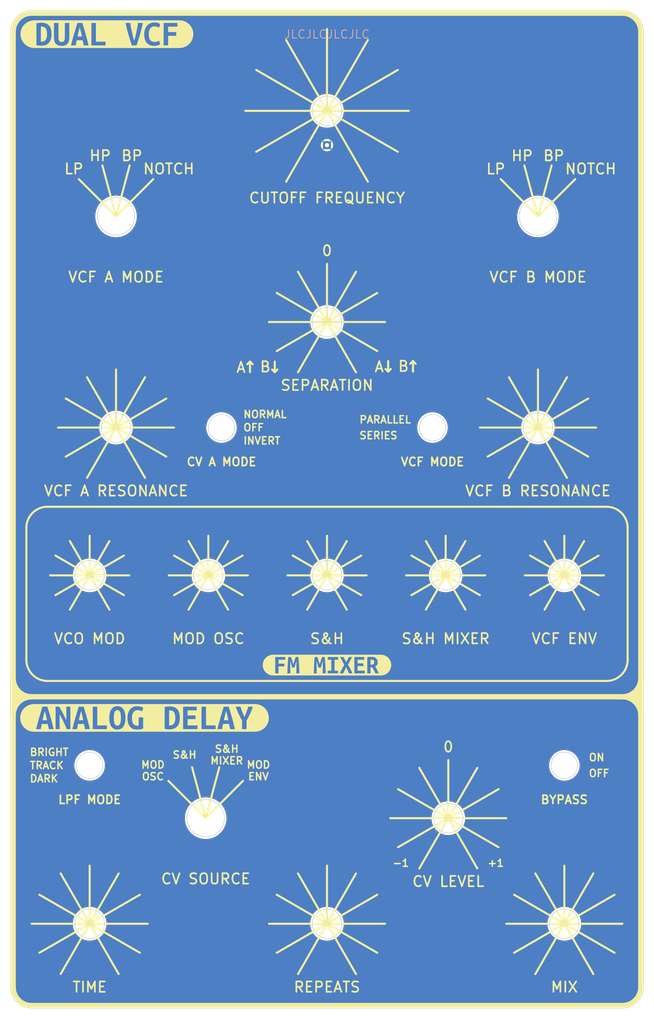
<source format=kicad_pcb>
(kicad_pcb (version 20221018) (generator pcbnew)
  (title_block (title "Josh Ox Ribbon Synth VCF-VCA-BBD panel") (date "2023-01-14") (rev "1.0") (comment 2 "creativecommons.org.licenses/by.4.0") (comment 3 "license: CC by 4.0") (comment 4 "Author: Jordan Aceto"))
  (layers (0 "F.Cu" signal) (31 "B.Cu" signal) (34 "B.Paste" user) (35 "F.Paste" user) (36 "B.SilkS" user "B.Silkscreen") (37 "F.SilkS" user "F.Silkscreen") (38 "B.Mask" user) (39 "F.Mask" user "footprints") (44 "Edge.Cuts" user))
  (net 0 "")
  (net 1 "GND")
  (footprint "TestPoint:TestPoint_Keystone_5000-5004_Miniature" (layer "F.Cu") (at 212.725 52.705)
    (fp_text reference "TP1" hide)
    (fp_text value "dummy")
    (fp_circle (center 0 0) (end 1.4 0) (stroke (width 0.15)) (fill none) (layer "F.SilkS"))
    (pad "1" thru_hole circle (at 0 0) (size 2 2) (drill 1) (layers "*.Cu" "*.Mask") (net 1 "GND"))
  )
  (footprint "kibuzzard-62C2EAA2" (layer "F.Cu") (at 212.725 177.8)
    (fp_text reference "kibuzzard-62C2EAA2" hide)
    (fp_text value "G***" hide)
    (fp_poly (pts (xy 11.41095 -0.70485) (xy 11.363325 -0.974725) (xy 11.22045 -1.16205) (xy 10.999787 -1.271588) (xy 10.7188 -1.3081) (xy 10.61085 -1.304925) (xy 10.48385 -1.28905) (xy 10.48385 -0.10795) (xy 10.6553 -0.10795) (xy 10.999787 -0.146844) (xy 11.23315 -0.263525) (xy 11.41095 -0.70485)) (fill solid) (layer "F.SilkS"))
    (fp_poly (pts (xy -12.46505 -2.50018) (xy -12.46505 -1.9431) (xy -10.0584 -1.9431) (xy -10.0584 -1.2954) (xy -11.684 -1.2954) (xy -11.684 -0.3429) (xy -10.2616 -0.3429) (xy -9.394825 -1.04775) (xy -9.357519 -1.512888) (xy -9.31545 -1.9431) (xy -8.66775 -1.9431) (xy -8.556625 -1.6002) (xy -8.41375 -1.14935) (xy -8.26135 -0.6604) (xy -8.1153 -0.2032) (xy -7.95655 -0.688975) (xy -7.7978 -1.171575) (xy -7.6581 -1.60655) (xy -7.5438 -1.9431) (xy -6.8961 -1.9431) (xy -6.852444 -1.4351) (xy -6.810375 -0.9398) (xy -6.772275 -0.453231) (xy -3.007519 -1.512888) (xy -2.96545 -1.9431) (xy -2.31775 -1.9431) (xy -2.206625 -1.6002) (xy -2.06375 -1.14935) (xy -1.91135 -0.6604) (xy -1.7653 -0.2032) (xy -1.60655 -0.688975) (xy -1.4478 -1.171575) (xy -1.3081 -1.60655) (xy -1.1938 -1.9431) (xy -0.5461 -1.9431) (xy -0.502444 -1.4351) (xy -0.460375 -0.9398) (xy -0.422275 -0.453231) (xy -0.390525 0.028575) (xy -0.364332 0.509588) (xy -0.3429 0.993775) (xy -0.325438 1.485106) (xy 0.1778 1.98755) (xy 0.1778 1.33985) (xy 1.03505 1.33985) (xy 1.03505 -1.2954) (xy 0.1778 -1.2954) (xy 0.1778 -1.9431) (xy 2.67335 -1.9431) (xy 2.67335 -1.2954) (xy 1.82245 -1.2954) (xy 1.82245 1.33985) (xy 2.67335 1.33985) (xy 2.67335 1.98755) (xy 0.1778 1.98755) (xy -0.325438 1.485106) (xy -0.31115 1.98755) (xy -1.0287 1.98755) (xy -0.9906 -1.0668) (xy -1.4732 0.5969) (xy -2.0447 0.5969) (xy -2.50825 -1.0668) (xy -2.4765 1.98755) (xy -3.19405 1.98755) (xy -3.174207 1.495425) (xy -3.152775 0.98425) (xy -3.129757 0.465138) (xy -3.10515 -0.0508) (xy -3.077369 -0.557213) (xy -3.044825 -1.04775) (xy -3.007519 -1.512888) (xy -6.772275 -0.453231) (xy -6.740525 0.028575) (xy -6.714332 0.509588) (xy -6.6929 0.993775) (xy -6.675438 1.485106) (xy -6.66115 1.98755) (xy -7.3787 1.98755) (xy -7.3406 -1.0668) (xy -7.8232 0.5969) (xy -8.3947 0.5969) (xy -8.85825 -1.0668) (xy -8.8265 1.98755) (xy -9.54405 1.98755) (xy -9.524207 1.495425) (xy -9.502775 0.98425) (xy -9.479757 0.465138) (xy -9.45515 -0.0508) (xy -9.427369 -0.557213) (xy -9.394825 -1.04775) (xy -10.2616 -0.3429) (xy -10.2616 0.3048) (xy -11.684 0.3048) (xy -11.684 1.98755) (xy -12.46505 1.98755) (xy -12.46505 -1.9431) (xy -12.46505 -2.50018) (xy -12.977681 -2.50018) (xy -13.465441 -2.45214) (xy -13.934458 -2.309865) (xy -14.366706 -2.078824) (xy -14.745574 -1.767894) (xy -15.056504 -1.389025) (xy -15.287545 -0.956777) (xy -15.42982 -0.487761) (xy -15.47786 0) (xy -15.42982 0.487761) (xy -15.287545 0.956777) (xy -15.056504 1.389025) (xy -14.745574 1.767894) (xy -14.366706 2.078824) (xy 5.2705 1.98755) (xy 5.136356 1.646238) (xy 4.975225 1.27) (xy 4.796631 0.8763) (xy 4.6101 0.4826) (xy 4.42595 0.864394) (xy 4.2418 1.260475) (xy 4.07035 1.643856) (xy 3.9243 1.98755) (xy 3.07975 1.98755) (xy 3.267075 1.5748) (xy 3.39725 1.323975) (xy 3.540125 1.0541) (xy 3.693318 0.770731) (xy 3.85445 0.479425) (xy 4.016375 0.189706) (xy 4.17195 -0.0889) (xy 3.14325 -1.9431) (xy 3.9878 -1.9431) (xy 4.6101 -0.6858) (xy 5.26415 -1.9431) (xy 6.05155 -1.9431) (xy 5.04825 -0.10795) (xy 5.218112 0.17145) (xy 5.3848 0.46355) (xy 5.544343 0.758031) (xy 5.692775 1.044575) (xy 5.826918 1.317625) (xy 5.9436 1.571625) (xy 6.11505 1.98755) (xy 5.2705 1.98755) (xy -14.366706 2.078824) (xy -13.934458 2.309865) (xy 6.58495 1.98755) (xy 6.58495 -1.9431) (xy 8.9662 -1.9431) (xy 8.9662 -1.2954) (xy 7.366 -1.2954) (xy 7.366 -0.41275) (xy 8.75665 -0.41275) (xy 8.75665 0.23495) (xy 7.366 0.23495) (xy 7.366 1.33985) (xy 9.1059 1.33985) (xy 9.1059 1.98755) (xy 6.58495 1.98755) (xy -13.934458 2.309865) (xy -13.465441 2.45214) (xy -12.977681 2.50018) (xy -12.46505 2.50018) (xy 12.46505 2.50018) (xy 12.46505 1.98755) (xy 11.6459 1.98755) (xy 11.487943 1.613694) (xy 11.306175 1.254125) (xy 11.105356 0.899319) (xy 10.89025 0.53975) (xy 10.48385 0.53975) (xy 10.48385 1.98755) (xy 9.7028 1.98755) (xy 9.7028 -1.88595) (xy 9.953625 -1.933575) (xy 10.22985 -1.965325) (xy 10.49655 -1.9812) (xy 10.7188 -1.98755) (xy 11.039475 -1.9685) (xy 11.3284 -1.91135) (xy 11.5824 -1.814513) (xy 11.7983 -1.6764) (xy 12.099925 -1.273175) (xy 12.178506 -1.007269) (xy 12.2047 -0.6985) (xy 12.169775 -0.371475) (xy 12.065 -0.0762) (xy 11.879262 0.169863) (xy 11.60145 0.34925) (xy 11.83005 0.714375) (xy 12.065 1.133475) (xy 12.284075 1.571625) (xy 12.46505 1.98755) (xy 12.46505 2.50018) (xy 12.97768 2.50018) (xy 13.465441 2.45214) (xy 13.934457 2.309865) (xy 14.366706 2.078824) (xy 14.745574 1.767894) (xy 15.056504 1.389026) (xy 15.287545 0.956778) (xy 15.42982 0.487761) (xy 15.47786 0) (xy 15.42982 -0.487761) (xy 15.287545 -0.956778) (xy 15.056504 -1.389026) (xy 14.745574 -1.767894) (xy 14.366706 -2.078824) (xy 13.934457 -2.309865) (xy 13.465441 -2.45214) (xy 12.97768 -2.50018) (xy 12.46505 -2.50018) (xy -12.46505 -2.50018)) (fill solid) (layer "F.SilkS"))
  )
  (footprint "kibuzzard-62C2EBD6" (layer "F.Cu") (at 159.725 26)
    (fp_text reference "kibuzzard-62C2EBD6" hide)
    (fp_text value "G***" hide)
    (fp_poly (pts (xy -6.539706 -1.650206) (xy -6.701234 -1.069578) (xy -6.840934 -0.528241) (xy -6.963171 0.008731) (xy -7.072312 0.567531) (xy -6.015831 0.567531) (xy -6.120606 0.008731) (xy -6.238478 -0.528241) (xy -6.378178 -1.069578) (xy -6.539706 -1.650206)) (fill solid) (layer "F.SilkS"))
    (fp_poly (pts (xy -15.899606 1.833563) (xy -15.803562 1.842294) (xy -15.707518 1.842294) (xy -15.091965 1.702594) (xy -14.690328 1.318419) (xy -14.472046 0.737791) (xy -14.422933 0.385266) (xy -14.406562 0) (xy -14.458949 -0.681038) (xy -14.642306 -1.266031) (xy -15.000287 -1.672034) (xy -15.585281 -1.824831) (xy -15.742443 -1.820466) (xy -15.899606 -1.798638) (xy -15.899606 1.833563)) (fill solid) (layer "F.SilkS"))
    (fp_poly (pts (xy -16.973549 -3.332824) (xy -16.973549 -2.628106) (xy -16.283781 -2.732881) (xy -15.681324 -2.759075) (xy -15.171638 -2.719784) (xy -14.70779 -2.601913) (xy -14.300696 -2.400002) (xy -13.961268 -2.108597) (xy -13.689508 -1.726605) (xy -13.485415 -1.252934) (xy -13.357721 -0.679946) (xy -13.315156 0) (xy -13.362086 0.695226) (xy -12.651581 1.60655) (xy -12.717065 1.200547) (xy -12.738893 0.750888) (xy -12.738893 -2.697956) (xy -11.656218 -2.697956) (xy -11.656218 0.681038) (xy -11.621293 1.252934) (xy -11.503421 1.624013) (xy -11.272043 1.824831) (xy -10.896599 1.88595) (xy -10.521156 1.824831) (xy -10.285412 1.619647) (xy -10.163174 1.244203) (xy -10.128249 0.672306) (xy -10.128249 -2.697956) (xy -9.054306 -2.697956) (xy -9.054306 0.750888) (xy -9.076134 1.200547) (xy -9.141618 1.60655) (xy -9.261673 1.962348) (xy -9.447212 2.261394) (xy -9.700418 2.500412) (xy -10.023474 2.676128) (xy -8.481186 2.078911) (xy -8.326469 1.473835) (xy -8.171052 0.891461) (xy -8.014938 0.331788) (xy -7.858124 -0.205184) (xy -7.663308 -0.853753) (xy -7.471767 -1.485404) (xy -7.283499 -2.100138) (xy -7.098506 -2.697956) (xy -5.928518 -2.697956) (xy -5.736704 -2.095227) (xy -5.545435 -1.47449) (xy -5.354711 -0.835744) (xy -5.164534 -0.178991) (xy -5.013483 0.362522) (xy -4.864179 0.921845) (xy -4.716621 1.498981) (xy -4.570809 2.093928) (xy -3.728243 2.706688) (xy -3.728243 -2.697956) (xy -2.645568 -2.697956) (xy -2.645568 1.8161) (xy -0.331787 1.8161) (xy -0.331787 2.706688) (xy -3.728243 2.706688) (xy -4.570809 2.093928) (xy -4.426743 2.706688) (xy -5.579268 2.706688) (xy -5.832474 1.458119) (xy -7.273131 1.458119) (xy -7.517606 2.706688) (xy -8.635206 2.706688) (xy -8.481186 2.078911) (xy -10.023474 2.676128) (xy -10.425112 2.784177) (xy -10.914062 2.820194) (xy -11.395372 2.784177) (xy -11.791553 2.676128) (xy -12.354718 2.261394) (xy -12.533709 1.962348) (xy -12.651581 1.60655) (xy -13.362086 0.695226) (xy -13.502878 1.279128) (xy -13.726616 1.758255) (xy -14.022387 2.139156) (xy -14.385825 2.426196) (xy -14.812565 2.623741) (xy -15.293875 2.738338) (xy -15.821024 2.776538) (xy -16.38419 2.745978) (xy -16.973549 2.645569) (xy -16.973549 -2.628106) (xy -16.973549 -3.332824) (xy -17.48618 -3.332824) (xy -18.136381 -3.268785) (xy -18.761596 -3.079128) (xy -19.337797 -2.771142) (xy -19.842842 -2.356662) (xy -20.257321 -1.851618) (xy -20.565307 -1.275417) (xy -20.754964 -0.650202) (xy -20.819004 0) (xy -20.754964 0.650202) (xy -20.565307 1.275417) (xy -20.257321 1.851618) (xy -19.842842 2.356662) (xy -19.337797 2.771142) (xy -18.761596 3.079128) (xy 6.007101 2.706688) (xy 5.791002 2.064941) (xy 5.561807 1.344613) (xy 5.407555 0.838685) (xy 5.259124 0.333728) (xy 5.116513 -0.170259) (xy 4.981664 -0.664545) (xy 4.856516 -1.140398) (xy 4.741069 -1.597819) (xy 4.597004 -2.209006) (xy 4.496594 -2.697956) (xy 5.631657 -2.697956) (xy 5.697141 -2.245023) (xy 5.788819 -1.724422) (xy 5.899051 -1.161256) (xy 6.020197 -0.580628) (xy 6.151166 0.004366) (xy 6.290866 0.580628) (xy 6.43384 1.123057) (xy 6.574632 1.60655) (xy 6.714332 1.129605) (xy 6.854032 0.589359) (xy 6.989366 0.013097) (xy 7.115969 -0.571897) (xy 7.233841 -1.153616) (xy 7.342982 -1.720056) (xy 7.439026 -2.243931) (xy 7.517607 -2.697956) (xy 8.643938 -2.697956) (xy 8.527158 -2.143522) (xy 8.386366 -1.527969) (xy 8.222655 -0.865485) (xy 8.037116 -0.170259) (xy 7.901782 0.307049) (xy 7.757716 0.790178) (xy 7.604919 1.279128) (xy 7.445817 1.765653) (xy 7.282833 2.241506) (xy 7.115969 2.706688) (xy 6.007101 2.706688) (xy -18.761596 3.079128) (xy -18.136381 3.268785) (xy 11.333163 2.820194) (xy 10.630783 2.738702) (xy 10.048699 2.494227) (xy 9.586913 2.086769) (xy 9.323338 1.681311) (xy 9.135071 1.198364) (xy 9.02211 0.637927) (xy 8.984457 0) (xy 9.030296 -0.635198) (xy 9.167813 -1.196181) (xy 9.387186 -1.679674) (xy 9.678591 -2.082403) (xy 10.036572 -2.401094) (xy 10.455672 -2.632472) (xy 10.926069 -2.773263) (xy 11.437938 -2.820194) (xy 11.957447 -2.772172) (xy 12.363451 -2.663031) (xy 12.655947 -2.532063) (xy 12.834938 -2.427288) (xy 12.555538 -1.571625) (xy 12.070954 -1.794272) (xy 11.420476 -1.88595) (xy 10.92716 -1.794272) (xy 10.499329 -1.488678) (xy 10.193735 -0.916781) (xy 10.105331 -0.515144) (xy 10.075863 -0.026194) (xy 10.111273 0.542793) (xy 10.217503 1.015735) (xy 10.394554 1.392634) (xy 10.814745 1.762621) (xy 11.437938 1.88595) (xy 12.132072 1.789906) (xy 12.573001 1.597819) (xy 12.843669 2.44475) (xy 12.228116 2.702322) (xy 11.810108 2.790726) (xy 11.333163 2.820194) (xy -18.136381 3.268785) (xy -17.48618 3.332824) (xy -16.973549 3.332824) (xy 16.973551 3.332824) (xy 13.664407 2.706688) (xy 13.664407 -2.697956) (xy 16.973551 -2.697956) (xy 16.973551 -1.807369) (xy 14.738351 -1.807369) (xy 14.738351 -0.497681) (xy 16.694151 -0.497681) (xy 16.694151 0.392906) (xy 14.738351 0.392906) (xy 14.738351 2.706688) (xy 13.664407 2.706688) (xy 16.973551 3.332824) (xy 17.486181 3.332824) (xy 18.136382 3.268784) (xy 18.761597 3.079128) (xy 19.337798 2.771141) (xy 19.842842 2.356662) (xy 20.257322 1.851617) (xy 20.565308 1.275416) (xy 20.754964 0.650202) (xy 20.819004 0) (xy 20.754964 -0.650202) (xy 20.565308 -1.275416) (xy 20.257322 -1.851617) (xy 19.842842 -2.356662) (xy 19.337798 -2.771141) (xy 18.761597 -3.079128) (xy 18.136382 -3.268784) (xy 17.486181 -3.332824) (xy 16.973551 -3.332824) (xy -16.973549 -3.332824)) (fill solid) (layer "F.SilkS"))
  )
  (footprint "kibuzzard-63265FAF" (layer "F.Cu") (at 168.783 190.5)
    (fp_text reference "kibuzzard-63265FAF" hide)
    (fp_text value "G***" hide)
    (fp_poly (pts (xy -24.006571 -1.650206) (xy -24.168099 -1.069578) (xy -24.307799 -0.528241) (xy -24.430037 0.008731) (xy -24.539178 0.567531) (xy -23.482696 0.567531) (xy -23.587471 0.008731) (xy -23.705343 -0.528241) (xy -23.845043 -1.069578) (xy -24.006571 -1.650206)) (fill solid) (layer "F.SilkS"))
    (fp_poly (pts (xy -15.275321 -1.650206) (xy -15.436849 -1.069578) (xy -15.576549 -0.528241) (xy -15.698787 0.008731) (xy -15.807928 0.567531) (xy -14.751446 0.567531) (xy -14.856221 0.008731) (xy -14.974093 -0.528241) (xy -15.113793 -1.069578) (xy -15.275321 -1.650206)) (fill solid) (layer "F.SilkS"))
    (fp_poly (pts (xy 19.649679 -1.650206) (xy 19.488151 -1.069578) (xy 19.348451 -0.528241) (xy 19.226213 0.008731) (xy 19.117072 0.567531) (xy 20.173554 0.567531) (xy 20.068779 0.008731) (xy 19.950907 -0.528241) (xy 19.811207 -1.069578) (xy 19.649679 -1.650206)) (fill solid) (layer "F.SilkS"))
    (fp_poly (pts (xy 5.924154 1.833563) (xy 6.020197 1.842294) (xy 6.116241 1.842294) (xy 6.731794 1.702594) (xy 7.133432 1.318419) (xy 7.351713 0.737791) (xy 7.400826 0.385266) (xy 7.417197 0) (xy 7.36481 -0.681038) (xy 7.181454 -1.266031) (xy 6.823472 -1.672034) (xy 6.238479 -1.824831) (xy 6.081316 -1.820466) (xy 5.924154 -1.798638) (xy 5.924154 1.833563)) (fill solid) (layer "F.SilkS"))
    (fp_poly (pts (xy -7.391003 0) (xy -7.383363 0.380901) (xy -7.360443 0.737791) (xy -7.238206 1.335881) (xy -6.980634 1.737519) (xy -6.53534 1.88595) (xy -6.094412 1.737519) (xy -5.832474 1.331516) (xy -5.710237 0.733425) (xy -5.687317 0.379809) (xy -5.679678 0) (xy -5.687317 -0.380901) (xy -5.710237 -0.737791) (xy -5.832474 -1.335881) (xy -6.090046 -1.737519) (xy -6.53534 -1.88595) (xy -6.980634 -1.737519) (xy -7.238206 -1.331516) (xy -7.360443 -0.733425) (xy -7.383363 -0.379809) (xy -7.391003 0)) (fill solid) (layer "F.SilkS"))
    (fp_poly (pts (xy -26.102071 -3.332824) (xy -25.130174 -0.853753) (xy -24.938632 -1.485404) (xy -24.750365 -2.100138) (xy -24.565371 -2.697956) (xy -23.395384 -2.697956) (xy -23.203569 -2.095227) (xy -23.0123 -1.47449) (xy -22.821577 -0.835744) (xy -22.631399 -0.178991) (xy -22.480349 0.362522) (xy -22.331044 0.921845) (xy -21.41339 2.706688) (xy -21.41339 -2.697956) (xy -20.548996 -2.697956) (xy -20.304521 -2.29741) (xy -20.060046 -1.864122) (xy -19.818846 -1.415554) (xy -19.584193 -0.969169) (xy -19.361546 -0.530423) (xy -19.156362 -0.104775) (xy -18.974097 0.288131) (xy -18.820209 0.62865) (xy -18.820209 -2.697956) (xy -17.85104 -2.697956) (xy -16.398924 -0.853753) (xy -16.207382 -1.485404) (xy -16.019115 -2.100138) (xy -15.834121 -2.697956) (xy -14.664134 -2.697956) (xy -14.472319 -2.095227) (xy -14.28105 -1.47449) (xy -14.090327 -0.835744) (xy -13.900149 -0.178991) (xy -13.749099 0.362522) (xy -13.599794 0.921845) (xy -13.452236 1.498981) (xy -13.306424 2.093928) (xy -13.162359 2.706688) (xy -14.314884 2.706688) (xy -14.56809 1.458119) (xy -16.008746 1.458119) (xy -16.253221 2.706688) (xy -17.370821 2.706688) (xy -17.216802 2.078911) (xy -17.062084 1.473835) (xy -16.906668 0.891461) (xy -16.750553 0.331788) (xy -16.59374 -0.205184) (xy -16.398924 -0.853753) (xy -17.85104 -2.697956) (xy -17.85104 2.706688) (xy -18.715434 2.706688) (xy -18.967185 2.107627) (xy -19.233488 1.509536) (xy -19.514343 0.912416) (xy -19.809751 0.315295) (xy -20.11971 -0.282795) (xy -20.444221 -0.881856) (xy -20.444221 2.706688) (xy -21.41339 2.706688) (xy -22.331044 0.921845) (xy -22.183486 1.498981) (xy -22.037674 2.093928) (xy -21.893609 2.706688) (xy -23.046134 2.706688) (xy -23.29934 1.458119) (xy -24.739996 1.458119) (xy -24.984471 2.706688) (xy -26.102071 2.706688) (xy -25.948052 2.078911) (xy -25.793334 1.473835) (xy -25.637918 0.891461) (xy -25.481803 0.331788) (xy -25.32499 -0.205184) (xy -25.130174 -0.853753) (xy -26.102071 -3.332824) (xy -26.614702 -3.332824) (xy -27.264903 -3.268785) (xy -27.890118 -3.079128) (xy -28.466319 -2.771142) (xy -28.971364 -2.356662) (xy -29.385843 -1.851618) (xy -29.693829 -1.275417) (xy -29.883486 -0.650202) (xy -29.947526 0) (xy -29.883486 0.650202) (xy -29.693829 1.275417) (xy -29.385843 1.851618) (xy -28.971364 2.356662) (xy -28.466319 2.771142) (xy -9.067403 2.706688) (xy -12.463859 2.706688) (xy -12.463859 -2.697956) (xy -11.381184 -2.697956) (xy -11.381184 1.8161) (xy -8.482409 0) (xy -8.450212 -0.655662) (xy -8.353623 -1.225649) (xy -8.19264 -1.709961) (xy -7.967265 -2.108597) (xy -7.57921 -2.503928) (xy -7.101901 -2.741127) (xy -6.53534 -2.820194) (xy -5.951316 -2.741127) (xy -5.468187 -2.503928) (xy -5.085953 -2.108597) (xy -3.717329 -1.703685) (xy -3.435746 -2.104231) (xy -3.093045 -2.417465) (xy -2.69359 -2.641203) (xy -2.250479 -2.775446) (xy -1.776809 -2.820194) (xy -1.213643 -2.772172) (xy -0.781446 -2.663031) (xy -0.480218 -2.532063) (xy -0.301228 -2.427288) (xy -0.580628 -1.571625) (xy -1.052115 -1.789906) (xy -1.628378 -1.88595) (xy -2.27449 -1.74625) (xy -2.706687 -1.357709) (xy -2.951162 -0.763984) (xy -3.006824 -0.400546) (xy -3.025378 0) (xy -2.991423 0.589359) (xy -2.889558 1.065213) (xy -2.719784 1.427559) (xy -2.342157 1.771352) (xy -1.820465 1.88595) (xy -1.610915 1.877219) (xy -1.401365 1.851025) (xy -1.401365 -0.122238) (xy -0.327421 -0.122238) (xy 4.85021 2.645569) (xy 4.85021 -2.628106) (xy 5.539979 -2.732881) (xy 6.142435 -2.759075) (xy 6.652122 -2.719784) (xy 7.115969 -2.601913) (xy 7.523064 -2.400002) (xy 7.862491 -2.108597) (xy 8.134251 -1.726605) (xy 8.338344 -1.252934) (xy 8.466039 -0.679946) (xy 8.508604 0) (xy 8.461673 0.695226) (xy 8.320882 1.279128) (xy 8.097143 1.758255) (xy 7.801372 2.139156) (xy 7.437934 2.426196) (xy 7.011194 2.623741) (xy 9.294416 2.706688) (xy 9.294416 -2.697956) (xy 12.568635 -2.697956) (xy 12.568635 -1.807369) (xy 10.36836 -1.807369) (xy 10.36836 -0.593725) (xy 12.280504 -0.593725) (xy 12.280504 0.296863) (xy 10.36836 0.296863) (xy 10.36836 1.8161) (xy 12.760722 1.8161) (xy 12.760722 2.706688) (xy 9.294416 2.706688) (xy 7.011194 2.623741) (xy 6.529884 2.738338) (xy 6.002735 2.776538) (xy 5.439569 2.745978) (xy 4.85021 2.645569) (xy -0.327421 -0.122238) (xy -0.327421 2.575719) (xy -0.925512 2.732881) (xy -1.37408 2.798366) (xy -1.907778 2.820194) (xy -2.389088 2.775446) (xy -2.820193 2.641203) (xy -3.196728 2.418556) (xy -3.514328 2.108597) (xy -3.769717 1.711325) (xy -3.959621 1.226741) (xy -4.077493 0.655935) (xy -4.116784 0) (xy -4.070945 -0.649387) (xy -3.933428 -1.218009) (xy -3.717329 -1.703685) (xy -5.085953 -2.108597) (xy -4.868217 -1.709961) (xy -4.712692 -1.225649) (xy -4.619376 -0.655662) (xy -4.588271 0) (xy -4.619922 0.655662) (xy -4.714874 1.225649) (xy -4.873128 1.709961) (xy -5.094684 2.108597) (xy -5.478859 2.503928) (xy -5.956167 2.741127) (xy -6.526609 2.820194) (xy -7.111118 2.741127) (xy -7.595702 2.503928) (xy -7.980362 2.108597) (xy -8.200007 1.709961) (xy -8.356897 1.225649) (xy -8.451031 0.655662) (xy -8.482409 0) (xy -11.381184 1.8161) (xy -9.067403 1.8161) (xy -9.067403 2.706688) (xy -28.466319 2.771142) (xy -27.890118 3.079128) (xy 17.126347 2.706688) (xy 13.729891 2.706688) (xy 13.729891 -2.697956) (xy 14.812566 -2.697956) (xy 14.812566 1.8161) (xy 17.126347 1.8161) (xy 17.126347 2.706688) (xy -27.890118 3.079128) (xy -27.264903 3.268785) (xy 20.610116 2.706688) (xy 20.35691 1.458119) (xy 18.916254 1.458119) (xy 18.671779 2.706688) (xy 17.554179 2.706688) (xy 17.708198 2.078911) (xy 17.862916 1.473835) (xy 18.018332 0.891461) (xy 18.174447 0.331788) (xy 18.33126 -0.205184) (xy 18.526076 -0.853753) (xy 18.717618 -1.485404) (xy 18.905885 -2.100138) (xy 19.090879 -2.697956) (xy 20.260866 -2.697956) (xy 20.452681 -2.095227) (xy 20.64395 -1.47449) (xy 20.834673 -0.835744) (xy 21.024851 -0.178991) (xy 21.175901 0.362522) (xy 21.325206 0.921845) (xy 21.472764 1.498981) (xy 21.618576 2.093928) (xy 21.762641 2.706688) (xy 20.610116 2.706688) (xy -27.264903 3.268785) (xy -26.614702 3.332824) (xy -26.102071 3.332824) (xy 26.102072 3.332824) (xy 24.574104 0.646113) (xy 24.574104 2.706688) (xy 23.491429 2.706688) (xy 23.491429 0.654844) (xy 23.18438 0.094589) (xy 22.903524 -0.456935) (xy 22.648863 -0.999728) (xy 22.410694 -1.547372) (xy 22.179316 -2.113448) (xy 21.954729 -2.697956) (xy 23.107254 -2.697956) (xy 23.318986 -2.063849) (xy 23.552547 -1.418828) (xy 23.801388 -0.795635) (xy 24.05896 -0.227013) (xy 24.281607 -0.733425) (xy 24.534813 -1.379538) (xy 24.659233 -1.722239) (xy 24.779288 -2.069306) (xy 24.993204 -2.697956) (xy 26.102072 -2.697956) (xy 25.936179 -2.259211) (xy 25.770285 -1.833563) (xy 25.600026 -1.416645) (xy 25.421035 -1.004094) (xy 25.23113 -0.594816) (xy 25.028129 -0.187722) (xy 24.809847 0.223738) (xy 24.574104 0.646113) (xy 26.102072 3.332824) (xy 26.614703 3.332824) (xy 27.264904 3.268784) (xy 27.890119 3.079128) (xy 28.46632 2.771141) (xy 28.971364 2.356662) (xy 29.385844 1.851617) (xy 29.693829 1.275416) (xy 29.883486 0.650202) (xy 29.947526 0) (xy 29.883486 -0.650202) (xy 29.693829 -1.275416) (xy 29.385844 -1.851617) (xy 28.971364 -2.356662) (xy 28.46632 -2.771141) (xy 27.890119 -3.079128) (xy 27.264904 -3.268784) (xy 26.614703 -3.332824) (xy 26.102072 -3.332824) (xy -26.102071 -3.332824)) (fill solid) (layer "F.SilkS"))
  )
  (gr_line (start 241.935 214.63) (end 241.935 200.66) (stroke (width 0.5)) (layer "F.SilkS"))
  (gr_line (start 269.875 156.21) (end 278.123892 151.4475) (stroke (width 0.5)) (layer "F.SilkS"))
  (gr_line (start 212.725 44.45) (end 232.41 44.45) (stroke (width 0.5)) (layer "F.SilkS"))
  (gr_line (start 141.605 259.715) (end 283.845 259.715) (stroke (width 1.27)) (layer "F.SilkS"))
  (gr_line (start 155.575 240.03) (end 169.545 240.03) (stroke (width 0.5)) (layer "F.SilkS"))
  (gr_line (start 212.725 156.21) (end 207.9625 147.961108) (stroke (width 0.5)) (layer "F.SilkS"))
  (gr_line (start 155.575 156.21) (end 155.575 146.685) (stroke (width 0.5)) (layer "F.SilkS"))
  (gr_line (start 212.725 44.45) (end 212.725 24.765) (stroke (width 0.5)) (layer "F.SilkS"))
  (gr_line (start 155.575 240.03) (end 143.476625 247.015) (stroke (width 0.5)) (layer "F.SilkS"))
  (gr_line (start 263.525 120.65) (end 275.623375 127.635) (stroke (width 0.5)) (layer "F.SilkS"))
  (gr_line (start 183.515 214.63) (end 174.534744 205.649744) (stroke (width 0.5)) (layer "F.SilkS"))
  (gr_line (start 161.925 120.65) (end 175.895 120.65) (stroke (width 0.5)) (layer "F.SilkS"))
  (gr_arc (start 280.035 139.7) (mid 283.627102 141.187898) (end 285.115 144.78) (stroke (width 0.5)) (layer "F.SilkS"))
  (gr_line (start 212.725 95.25) (end 200.626625 88.265) (stroke (width 0.5)) (layer "F.SilkS"))
  (gr_line (start 241.3 156.21) (end 231.775 156.21) (stroke (width 0.5)) (layer "F.SilkS"))
  (gr_line (start 269.875 240.03) (end 257.776625 233.045) (stroke (width 0.5)) (layer "F.SilkS"))
  (gr_line (start 141.605 20.955) (end 283.845 20.955) (stroke (width 1.27)) (layer "F.SilkS"))
  (gr_line (start 137.16 255.27) (end 137.16 180.975) (stroke (width 1.27)) (layer "F.SilkS"))
  (gr_line (start 155.575 156.21) (end 160.3375 164.458892) (stroke (width 0.5)) (layer "F.SilkS"))
  (gr_line (start 241.3 156.21) (end 250.825 156.21) (stroke (width 0.5)) (layer "F.SilkS"))
  (gr_line (start 263.525 69.85) (end 254.544744 60.869744) (stroke (width 0.5)) (layer "F.SilkS"))
  (gr_line (start 212.725 156.21) (end 220.973892 151.4475) (stroke (width 0.5)) (layer "F.SilkS"))
  (gr_line (start 263.525 120.65) (end 263.525 106.68) (stroke (width 0.5)) (layer "F.SilkS"))
  (gr_line (start 263.525 120.65) (end 270.51 108.551625) (stroke (width 0.5)) (layer "F.SilkS"))
  (gr_arc (start 145.415 181.61) (mid 141.822898 180.122102) (end 140.335 176.53) (stroke (width 0.5)) (layer "F.SilkS"))
  (gr_line (start 184.15 156.21) (end 175.901108 151.4475) (stroke (width 0.5)) (layer "F.SilkS"))
  (gr_line (start 269.875 240.03) (end 281.973375 247.015) (stroke (width 0.5)) (layer "F.SilkS"))
  (gr_line (start 212.725 44.45) (end 195.67729 34.6075) (stroke (width 0.5)) (layer "F.SilkS"))
  (gr_line (start 184.15 156.21) (end 179.3875 147.961108) (stroke (width 0.5)) (layer "F.SilkS"))
  (gr_line (start 241.935 214.63) (end 248.92 226.728375) (stroke (width 0.5)) (layer "F.SilkS"))
  (gr_line (start 241.935 214.63) (end 255.905 214.63) (stroke (width 0.5)) (layer "F.SilkS"))
  (gr_arc (start 137.16 25.4) (mid 138.46191 22.25691) (end 141.605 20.955) (stroke (width 1.27)) (layer "F.SilkS"))
  (gr_line (start 241.3 156.21) (end 249.548892 160.9725) (stroke (width 0.5)) (layer "F.SilkS"))
  (gr_line (start 212.725 156.21) (end 222.25 156.21) (stroke (width 0.5)) (layer "F.SilkS"))
  (gr_line (start 212.725 240.03) (end 205.74 252.128375) (stroke (width 0.5)) (layer "F.SilkS"))
  (gr_line (start 155.575 240.03) (end 162.56 252.128375) (stroke (width 0.5)) (layer "F.SilkS"))
  (gr_line (start 212.725 44.45) (end 193.04 44.45) (stroke (width 0.5)) (layer "F.SilkS"))
  (gr_line (start 233.426 107.188) (end 233.426 104.648) (stroke (width 0.5)) (layer "F.SilkS"))
  (gr_line (start 155.575 240.03) (end 143.476625 233.045) (stroke (width 0.5)) (layer "F.SilkS"))
  (gr_line (start 212.725 44.45) (end 229.77271 34.6075) (stroke (width 0.5)) (layer "F.SilkS"))
  (gr_line (start 269.875 240.03) (end 276.86 252.128375) (stroke (width 0.5)) (layer "F.SilkS"))
  (gr_line (start 161.925 120.65) (end 154.94 132.748375) (stroke (width 0.5)) (layer "F.SilkS"))
  (gr_line (start 269.875 156.21) (end 278.123892 160.9725) (stroke (width 0.5)) (layer "F.SilkS"))
  (gr_line (start 233.426 104.648) (end 234.061 105.283) (stroke (width 0.5)) (layer "F.SilkS"))
  (gr_line (start 269.875 156.21) (end 269.875 146.685) (stroke (width 0.5)) (layer "F.SilkS"))
  (gr_line (start 155.575 156.21) (end 150.8125 164.458892) (stroke (width 0.5)) (layer "F.SilkS"))
  (gr_line (start 212.725 95.25) (end 219.71 83.151625) (stroke (width 0.5)) (layer "F.SilkS"))
  (gr_line (start 161.925 120.65) (end 161.925 106.68) (stroke (width 0.5)) (layer "F.SilkS"))
  (gr_line (start 263.525 120.65) (end 256.54 108.551625) (stroke (width 0.5)) (layer "F.SilkS"))
  (gr_line (start 269.875 156.21) (end 274.6375 147.961108) (stroke (width 0.5)) (layer "F.SilkS"))
  (gr_line (start 200.152 107.315) (end 199.517 106.68) (stroke (width 0.5)) (layer "F.SilkS"))
  (gr_line (start 155.575 156.21) (end 165.1 156.21) (stroke (width 0.5)) (layer "F.SilkS"))
  (gr_line (start 269.875 156.21) (end 261.626108 160.9725) (stroke (width 0.5)) (layer "F.SilkS"))
  (gr_line (start 227.457 107.188) (end 228.092 106.553) (stroke (width 0.5)) (layer "F.SilkS"))
  (gr_line (start 161.925 120.65) (end 168.91 108.551625) (stroke (width 0.5)) (layer "F.SilkS"))
  (gr_line (start 212.725 95.25) (end 198.755 95.25) (stroke (width 0.5)) (layer "F.SilkS"))
  (gr_line (start 241.3 156.21) (end 236.5375 164.458892) (stroke (width 0.5)) (layer "F.SilkS"))
  (gr_line (start 194.183 104.775) (end 194.818 105.41) (stroke (width 0.5)) (layer "F.SilkS"))
  (gr_line (start 269.875 240.03) (end 283.845 240.03) (stroke (width 0.5)) (layer "F.SilkS"))
  (gr_line (start 269.875 156.21) (end 265.1125 147.961108) (stroke (width 0.5)) (layer "F.SilkS"))
  (gr_line (start 194.183 107.315) (end 194.183 104.775) (stroke (width 0.5)) (layer "F.SilkS"))
  (gr_line (start 184.15 156.21) (end 193.675 156.21) (stroke (width 0.5)) (layer "F.SilkS"))
  (gr_line (start 184.15 156.21) (end 174.625 156.21) (stroke (width 0.5)) (layer "F.SilkS"))
  (gr_arc (start 283.844999 20.955001) (mid 286.988089 22.256911) (end 288.289999 25.400001) (stroke (width 1.27)) (layer "F.SilkS"))
  (gr_line (start 263.525 120.65) (end 270.51 132.748375) (stroke (width 0.5)) (layer "F.SilkS"))
  (gr_line (start 288.29 255.27) (end 288.29 180.975) (stroke (width 1.27)) (layer "F.SilkS"))
  (gr_line (start 212.725 95.25) (end 224.823375 88.265) (stroke (width 0.5)) (layer "F.SilkS"))
  (gr_line (start 161.925 69.838591) (end 170.905256 60.858335) (stroke (width 0.5)) (layer "F.SilkS"))
  (gr_line (start 212.725 240.03) (end 212.725 226.06) (stroke (width 0.5)) (layer "F.SilkS"))
  (gr_line (start 263.525 120.65) (end 249.555 120.65) (stroke (width 0.5)) (layer "F.SilkS"))
  (gr_arc (start 141.605 259.715) (mid 138.46191 258.41309) (end 137.16 255.27) (stroke (width 1.27)) (layer "F.SilkS"))
  (gr_line (start 280.035 181.61) (end 145.415 181.61) (stroke (width 0.5)) (layer "F.SilkS"))
  (gr_line (start 184.15 156.21) (end 192.398892 160.9725) (stroke (width 0.5)) (layer "F.SilkS"))
  (gr_line (start 194.183 104.775) (end 193.548 105.41) (stroke (width 0.5)) (layer "F.SilkS"))
  (gr_line (start 269.875 240.03) (end 283.845 240.03) (stroke (width 0.5)) (layer "F.SilkS"))
  (gr_line (start 241.3 156.21) (end 233.051108 151.4475) (stroke (width 0.5)) (layer "F.SilkS"))
  (gr_line (start 212.725 156.21) (end 204.476108 151.4475) (stroke (width 0.5)) (layer "F.SilkS"))
  (gr_line (start 155.575 156.21) (end 146.05 156.21) (stroke (width 0.5)) (layer "F.SilkS"))
  (gr_line (start 212.725 95.25) (end 200.626625 102.235) (stroke (width 0.5)) (layer "F.SilkS"))
  (gr_line (start 269.875 240.03) (end 255.905 240.03) (stroke (width 0.5)) (layer "F.SilkS"))
  (gr_line (start 263.525 120.65) (end 251.426625 127.635) (stroke (width 0.5)) (layer "F.SilkS"))
  (gr_line (start 212.725 95.25) (end 212.725 81.28) (stroke (width 0.5)) (layer "F.SilkS"))
  (gr_line (start 155.575 240.03) (end 167.673375 233.045) (stroke (width 0.5)) (layer "F.SilkS"))
  (gr_line (start 263.525 120.65) (end 256.54 132.748375) (stroke (width 0.5)) (layer "F.SilkS"))
  (gr_line (start 269.875 240.03) (end 262.89 252.128375) (stroke (width 0.5)) (layer "F.SilkS"))
  (gr_line (start 263.525 120.65) (end 251.426625 113.665) (stroke (width 0.5)) (layer "F.SilkS"))
  (gr_line (start 263.525 69.85) (end 260.237998 57.582742) (stroke (width 0.5)) (layer "F.SilkS"))
  (gr_line (start 184.15 156.21) (end 192.398892 151.4475) (stroke (width 0.5)) (layer "F.SilkS"))
  (gr_line (start 212.725 240.03) (end 219.71 227.931625) (stroke (width 0.5)) (layer "F.SilkS"))
  (gr_line (start 212.725 240.03) (end 226.695 240.03) (stroke (width 0.5)) (layer "F.SilkS"))
  (gr_line (start 184.15 156.21) (end 184.15 146.685) (stroke (width 0.5)) (layer "F.SilkS"))
  (gr_line (start 212.725 44.45) (end 222.5675 61.49771) (stroke (width 0.5)) (layer "F.SilkS"))
  (gr_line (start 212.725 95.25) (end 224.823375 102.235) (stroke (width 0.5)) (layer "F.SilkS"))
  (gr_line (start 155.575 156.21) (end 163.823892 160.9725) (stroke (width 0.5)) (layer "F.SilkS"))
  (gr_line (start 241.3 156.21) (end 233.051108 160.9725) (stroke (width 0.5)) (layer "F.SilkS"))
  (gr_line (start 212.725 240.03) (end 198.755 240.03) (stroke (width 0.5)) (layer "F.SilkS"))
  (gr_line (start 241.3 156.21) (end 249.548892 151.4475) (stroke (width 0.5)) (layer "F.SilkS"))
  (gr_line (start 212.725 240.03) (end 200.626625 233.045) (stroke (width 0.5)) (layer "F.SilkS"))
  (gr_line (start 155.575 240.03) (end 148.59 252.128375) (stroke (width 0.5)) (layer "F.SilkS"))
  (gr_line (start 269.875 156.21) (end 260.35 156.21) (stroke (width 0.5)) (layer "F.SilkS"))
  (gr_line (start 212.725 240.03) (end 219.71 252.128375) (stroke (width 0.5)) (layer "F.SilkS"))
  (gr_line (start 212.725 156.21) (end 204.476108 160.9725) (stroke (width 0.5)) (layer "F.SilkS"))
  (gr_line (start 280.035 139.7) (end 145.415 139.7) (stroke (width 0.5)) (layer "F.SilkS"))
  (gr_arc (start 285.115 176.53) (mid 283.627102 180.122102) (end 280.035 181.61) (stroke (width 0.5)) (layer "F.SilkS"))
  (gr_line (start 269.875 156.21) (end 279.4 156.21) (stroke (width 0.5)) (layer "F.SilkS"))
  (gr_line (start 263.525 120.65) (end 277.495 120.65) (stroke (width 0.5)) (layer "F.SilkS"))
  (gr_line (start 269.875 156.21) (end 261.626108 151.4475) (stroke (width 0.5)) (layer "F.SilkS"))
  (gr_line (start 263.525 69.85) (end 266.812002 57.582742) (stroke (width 0.5)) (layer "F.SilkS"))
  (gr_line (start 241.935 214.63) (end 227.965 214.63) (stroke (width 0.5)) (layer "F.SilkS"))
  (gr_arc (start 288.29 255.27) (mid 286.98809 258.41309) (end 283.845 259.715) (stroke (width 1.27)) (layer "F.SilkS"))
  (gr_line (start 212.725 240.03) (end 224.823375 247.015) (stroke (width 0.5)) (layer "F.SilkS"))
  (gr_line (start 269.875 240.03) (end 281.973375 233.045) (stroke (width 0.5)) (layer "F.SilkS"))
  (gr_line (start 227.457 107.188) (end 226.822 106.553) (stroke (width 0.5)) (layer "F.SilkS"))
  (gr_line (start 212.725 156.21) (end 207.9625 164.458892) (stroke (width 0.5)) (layer "F.SilkS"))
  (gr_line (start 263.525 69.85) (end 272.505256 60.869744) (stroke (width 0.5)) (layer "F.SilkS"))
  (gr_line (start 184.15 156.21) (end 175.901108 160.9725) (stroke (width 0.5)) (layer "F.SilkS"))
  (gr_line (start 212.725 156.21) (end 212.725 146.685) (stroke (width 0.5)) (layer "F.SilkS"))
  (gr_line (start 212.725 44.45) (end 202.8825 61.49771) (stroke (width 0.5)) (layer "F.SilkS"))
  (gr_line (start 233.426 104.648) (end 232.791 105.283) (stroke (width 0.5)) (layer "F.SilkS"))
  (gr_line (start 161.925 69.838591) (end 152.944744 60.858335) (stroke (width 0.5)) (layer "F.SilkS"))
  (gr_line (start 263.525 120.65) (end 275.623375 113.665) (stroke (width 0.5)) (layer "F.SilkS"))
  (gr_line (start 269.875 240.03) (end 262.89 227.931625) (stroke (width 0.5)) (layer "F.SilkS"))
  (gr_line (start 287.655 187.0075) (end 287.655 183.8325) (stroke (width 1.27)) (layer "F.SilkS"))
  (gr_line (start 212.725 240.03) (end 200.626625 247.015) (stroke (width 0.5)) (layer "F.SilkS"))
  (gr_line (start 155.575 156.21) (end 160.3375 147.961108) (stroke (width 0.5)) (layer "F.SilkS"))
  (gr_line (start 269.875 156.21) (end 265.1125 164.458892) (stroke (width 0.5)) (layer "F.SilkS"))
  (gr_line (start 227.457 104.648) (end 227.457 107.188) (stroke (width 0.5)) (layer "F.SilkS"))
  (gr_line (start 161.925 69.838591) (end 165.212002 57.571333) (stroke (width 0.5)) (layer "F.SilkS"))
  (gr_line (start 161.925 120.65) (end 149.826625 127.635) (stroke (width 0.5)) (layer "F.SilkS"))
  (gr_line (start 212.725 44.45) (end 195.67729 54.2925) (stroke (width 0.5)) (layer "F.SilkS"))
  (gr_line (start 241.3 156.21) (end 241.3 146.685) (stroke (width 0.5)) (layer "F.SilkS"))
  (gr_line (start 212.725 95.25) (end 205.74 107.348375) (stroke (width 0.5)) (layer "F.SilkS"))
  (gr_arc (start 140.335 144.78) (mid 141.822898 141.187898) (end 145.415 139.7) (stroke (width 0.5)) (layer "F.SilkS"))
  (gr_line (start 155.575 240.03) (end 167.673375 247.015) (stroke (width 0.5)) (layer "F.SilkS"))
  (gr_line (start 212.725 156.21) (end 217.4875 164.458892) (stroke (width 0.5)) (layer "F.SilkS"))
  (gr_line (start 241.935 214.63) (end 254.033375 207.645) (stroke (width 0.5)) (layer "F.SilkS"))
  (gr_line (start 212.725 44.45) (end 202.8825 27.40229) (stroke (width 0.5)) (layer "F.SilkS"))
  (gr_line (start 269.875 240.03) (end 269.875 226.06) (stroke (width 0.5)) (layer "F.SilkS"))
  (gr_line (start 184.15 156.21) (end 188.9125 164.458892) (stroke (width 0.5)) (layer "F.SilkS"))
  (gr_line (start 241.935 214.63) (end 234.95 202.531625) (stroke (width 0.5)) (layer "F.SilkS"))
  (gr_arc (start 283.845 185.42) (mid 286.98809 186.72191) (end 288.29 189.865) (stroke (width 1.27)) (layer "F.SilkS"))
  (gr_line (start 241.3 156.21) (end 236.5375 147.961108) (stroke (width 0.5)) (layer "F.SilkS"))
  (gr_line (start 241.935 214.63) (end 248.92 202.531625) (stroke (width 0.5)) (layer "F.SilkS"))
  (gr_line (start 241.935 214.63) (end 229.836625 221.615) (stroke (width 0.5)) (layer "F.SilkS"))
  (gr_line (start 269.875 240.03) (end 276.86 227.931625) (stroke (width 0.5)) (layer "F.SilkS"))
  (gr_line (start 155.575 156.21) (end 147.326108 160.9725) (stroke (width 0.5)) (layer "F.SilkS"))
  (gr_line (start 155.575 240.03) (end 148.59 227.931625) (stroke (width 0.5)) (layer "F.SilkS"))
  (gr_line (start 200.152 107.315) (end 200.787 106.68) (stroke (width 0.5)) (layer "F.SilkS"))
  (gr_line (start 212.725 156.21) (end 220.973892 160.9725) (stroke (width 0.5)) (layer "F.SilkS"))
  (gr_line (start 137.795 185.42) (end 287.655 185.42) (stroke (width 1.27)) (layer "F.SilkS"))
  (gr_line (start 137.795 187.0075) (end 137.795 183.8325) (stroke (width 1.27)) (layer "F.SilkS"))
  (gr_line (start 269.875 240.03) (end 257.776625 247.015) (stroke (width 0.5)) (layer "F.SilkS"))
  (gr_line (start 212.725 156.21) (end 203.2 156.21) (stroke (width 0.5)) (layer "F.SilkS"))
  (gr_line (start 212.725 240.03) (end 224.823375 233.045) (stroke (width 0.5)) (layer "F.SilkS"))
  (gr_line (start 183.515 214.63) (end 186.802002 202.362742) (stroke (width 0.5)) (layer "F.SilkS"))
  (gr_line (start 212.725 95.25) (end 205.74 83.151625) (stroke (width 0.5)) (layer "F.SilkS"))
  (gr_line (start 241.935 214.63) (end 254.033375 221.615) (stroke (width 0.5)) (layer "F.SilkS"))
  (gr_arc (start 137.16 189.865) (mid 138.46191 186.72191) (end 141.605 185.42) (stroke (width 1.27)) (layer "F.SilkS"))
  (gr_line (start 155.575 240.03) (end 141.605 240.03) (stroke (width 0.5)) (layer "F.SilkS"))
  (gr_line (start 155.575 240.03) (end 162.56 227.931625) (stroke (width 0.5)) (layer "F.SilkS"))
  (gr_line (start 241.3 156.21) (end 246.0625 164.458892) (stroke (width 0.5)) (layer "F.SilkS"))
  (gr_line (start 161.925 120.65) (end 149.826625 113.665) (stroke (width 0.5)) (layer "F.SilkS"))
  (gr_line (start 285.115 176.53) (end 285.115 144.78) (stroke (width 0.5)) (layer "F.SilkS"))
  (gr_line (start 184.15 156.21) (end 179.3875 164.458892) (stroke (width 0.5)) (layer "F.SilkS"))
  (gr_line (start 212.725 44.45) (end 229.77271 54.2925) (stroke (width 0.5)) (layer "F.SilkS"))
  (gr_line (start 155.575 240.03) (end 155.575 226.06) (stroke (width 0.5)) (layer "F.SilkS"))
  (gr_line (start 161.925 120.65) (end 174.023375 127.635) (stroke (width 0.5)) (layer "F.SilkS"))
  (gr_line (start 155.575 156.21) (end 147.326108 151.4475) (stroke (width 0.5)) (layer "F.SilkS"))
  (gr_line (start 212.725 95.25) (end 226.695 95.25) (stroke (width 0.5)) (layer "F.SilkS"))
  (gr_line (start 161.925 69.838591) (end 158.637998 57.571333) (stroke (width 0.5)) (layer "F.SilkS"))
  (gr_line (start 212.725 44.45) (end 222.5675 27.40229) (stroke (width 0.5)) (layer "F.SilkS"))
  (gr_line (start 161.925 120.65) (end 174.023375 113.665) (stroke (width 0.5)) (layer "F.SilkS"))
  (gr_line (start 155.575 156.21) (end 163.823892 151.4475) (stroke (width 0.5)) (layer "F.SilkS"))
  (gr_line (start 137.16 180.975) (end 137.16 25.4) (stroke (width 1.27)) (layer "F.SilkS"))
  (gr_line (start 212.725 95.25) (end 219.71 107.348375) (stroke (width 0.5)) (layer "F.SilkS"))
  (gr_line (start 212.725 156.21) (end 217.4875 147.961108) (stroke (width 0.5)) (layer "F.SilkS"))
  (gr_line (start 155.575 156.21) (end 150.8125 147.961108) (stroke (width 0.5)) (layer "F.SilkS"))
  (gr_line (start 183.515 214.63) (end 192.495256 205.649744) (stroke (width 0.5)) (layer "F.SilkS"))
  (gr_line (start 241.935 214.63) (end 229.836625 207.645) (stroke (width 0.5)) (layer "F.SilkS"))
  (gr_line (start 241.935 214.63) (end 234.95 226.728375) (stroke (width 0.5)) (layer "F.SilkS"))
  (gr_line (start 140.335 144.78) (end 140.335 176.53) (stroke (width 0.5)) (layer "F.SilkS"))
  (gr_arc (start 141.605 185.42) (mid 138.46191 184.11809) (end 137.16 180.975) (stroke (width 1.27)) (layer "F.SilkS"))
  (gr_line (start 161.925 120.65) (end 147.955 120.65) (stroke (width 0.5)) (layer "F.SilkS"))
  (gr_line (start 161.925 120.65) (end 168.91 132.748375) (stroke (width 0.5)) (layer "F.SilkS"))
  (gr_line (start 184.15 156.21) (end 188.9125 147.961108) (stroke (width 0.5)) (layer "F.SilkS"))
  (gr_line (start 183.515 214.63) (end 180.227998 202.362742) (stroke (width 0.5)) (layer "F.SilkS"))
  (gr_line (start 161.925 120.65) (end 154.94 108.551625) (stroke (width 0.5)) (layer "F.SilkS"))
  (gr_line (start 212.725 240.03) (end 205.74 227.931625) (stroke (width 0.5)) (layer "F.SilkS"))
  (gr_line (start 241.3 156.21) (end 246.0625 147.961108) (stroke (width 0.5)) (layer "F.SilkS"))
  (gr_arc (start 288.29 180.975) (mid 286.98809 184.11809) (end 283.845 185.42) (stroke (width 1.27)) (layer "F.SilkS"))
  (gr_line (start 288.29 180.975) (end 288.289999 25.400001) (stroke (width 1.27)) (layer "F.SilkS"))
  (gr_line (start 200.152 104.775) (end 200.152 107.315) (stroke (width 0.5)) (layer "F.SilkS"))
  (gr_line (start 269.875 156.21) (end 274.6375 164.458892) (stroke (width 0.5)) (layer "F.SilkS"))
  (gr_circle (center 238.125 120.65) (end 241.3 120.65) (stroke (width 0.15)) (fill none) (layer "Edge.Cuts"))
  (gr_circle (center 161.925 120.65) (end 165.475 120.65) (stroke (width 0.15)) (fill none) (layer "Edge.Cuts"))
  (gr_circle (center 269.875 156.21) (end 273.425 156.21) (stroke (width 0.15)) (fill none) (layer "Edge.Cuts"))
  (gr_circle (center 212.718293 44.443749) (end 216.268293 44.443749) (stroke (width 0.15)) (fill none) (layer "Edge.Cuts"))
  (gr_circle (center 269.875 201.93) (end 273.05 201.93) (stroke (width 0.15)) (fill none) (layer "Edge.Cuts"))
  (gr_circle (center 155.575 240.03) (end 159.125 240.03) (stroke (width 0.15)) (fill none) (layer "Edge.Cuts"))
  (gr_circle (center 183.515 214.63) (end 188.015 214.63) (stroke (width 0.15)) (fill none) (layer "Edge.Cuts"))
  (gr_circle (center 155.575 156.21) (end 159.125 156.21) (stroke (width 0.15)) (fill none) (layer "Edge.Cuts"))
  (gr_circle (center 187.325 120.65) (end 190.5 120.65) (stroke (width 0.15)) (fill none) (layer "Edge.Cuts"))
  (gr_circle (center 212.725 240.03) (end 216.275 240.03) (stroke (width 0.15)) (fill none) (layer "Edge.Cuts"))
  (gr_circle (center 263.525 69.85) (end 268.025 69.85) (stroke (width 0.15)) (fill none) (layer "Edge.Cuts"))
  (gr_circle (center 241.3 156.21) (end 244.85 156.21) (stroke (width 0.15)) (fill none) (layer "Edge.Cuts"))
  (gr_circle (center 269.875 240.03) (end 273.425 240.03) (stroke (width 0.15)) (fill none) (layer "Edge.Cuts"))
  (gr_circle (center 161.925 69.85) (end 166.425 69.85) (stroke (width 0.15)) (fill none) (layer "Edge.Cuts"))
  (gr_arc (start 141.605 260.35) (mid 138.012898 258.862102) (end 136.525 255.27) (stroke (width 0.1)) (layer "Edge.Cuts"))
  (gr_circle (center 155.575 201.93) (end 158.75 201.93) (stroke (width 0.15)) (fill none) (layer "Edge.Cuts"))
  (gr_circle (center 212.725 95.25) (end 216.275 95.25) (stroke (width 0.15)) (fill none) (layer "Edge.Cuts"))
  (gr_line (start 288.925002 255.270002) (end 288.925002 25.4) (stroke (width 0.1)) (layer "Edge.Cuts"))
  (gr_circle (center 241.935 214.63) (end 245.485 214.63) (stroke (width 0.15)) (fill none) (layer "Edge.Cuts"))
  (gr_circle (center 184.15 156.21) (end 187.7 156.21) (stroke (width 0.15)) (fill none) (layer "Edge.Cuts"))
  (gr_arc (start 136.525 25.4) (mid 138.012898 21.807898) (end 141.605 20.32) (stroke (width 0.1)) (layer "Edge.Cuts"))
  (gr_circle (center 263.520411 120.643717) (end 267.070411 120.643717) (stroke (width 0.15)) (fill none) (layer "Edge.Cuts"))
  (gr_line (start 283.845 20.32) (end 141.605 20.32) (stroke (width 0.1)) (layer "Edge.Cuts"))
  (gr_arc (start 283.845 20.32) (mid 287.437102 21.807898) (end 288.925 25.4) (stroke (width 0.1)) (layer "Edge.Cuts"))
  (gr_circle (center 212.725 156.21) (end 216.275 156.21) (stroke (width 0.15)) (fill none) (layer "Edge.Cuts"))
  (gr_line (start 136.525 25.4) (end 136.525 255.27) (stroke (width 0.1)) (layer "Edge.Cuts"))
  (gr_arc (start 288.925002 255.270002) (mid 287.437104 258.862104) (end 283.845002 260.350002) (stroke (width 0.1)) (layer "Edge.Cuts"))
  (gr_line (start 141.605 260.35) (end 283.845002 260.35) (stroke (width 0.1)) (layer "Edge.Cuts"))
  (gr_text "JLCJLCJLCJLC" (at 212.725 26.035) (layer "B.SilkS") (effects (font (size 2 2) (thickness 0.2))))
  (gr_text "HP" (at 259.715 55.256409) (layer "F.SilkS") (effects (font (size 2.5 2.5) (thickness 0.4))))
  (gr_text "A" (at 192.024 106.172) (layer "F.SilkS") (effects (font (size 2.5 2.5) (thickness 0.4))))
  (gr_text "0" (at 241.935 197.485) (layer "F.SilkS") (effects (font (size 2.5 2.5) (thickness 0.4))))
  (gr_text "REPEATS" (at 212.725 255.27) (layer "F.SilkS") (effects (font (size 2.5 2.5) (thickness 0.4))))
  (gr_text "NOTCH" (at 276.225 58.431409) (layer "F.SilkS") (effects (font (size 2.5 2.5) (thickness 0.4))))
  (gr_text "-1" (at 230.505 225.425) (layer "F.SilkS") (effects (font (size 1.75 1.75) (thickness 0.35))))
  (gr_text "NORMAL" (at 192.405 117.475) (layer "F.SilkS") (effects (font (size 1.75 1.75) (thickness 0.35)) (justify left)))
  (gr_text "BP" (at 267.335 55.256409) (layer "F.SilkS") (effects (font (size 2.5 2.5) (thickness 0.4))))
  (gr_text "TRACK" (at 140.97 201.93) (layer "F.SilkS") (effects (font (size 1.75 1.75) (thickness 0.35)) (justify left)))
  (gr_text "MIX" (at 269.875 255.27) (layer "F.SilkS") (effects (font (size 2.5 2.5) (thickness 0.4))))
  (gr_text "LP" (at 253.365 58.431409) (layer "F.SilkS") (effects (font (size 2.5 2.5) (thickness 0.4))))
  (gr_text "OFF" (at 275.59 203.835) (layer "F.SilkS") (effects (font (size 1.75 1.75) (thickness 0.35)) (justify left)))
  (gr_text "HP" (at 158.115 55.245) (layer "F.SilkS") (effects (font (size 2.5 2.5) (thickness 0.4))))
  (gr_text "NOTCH" (at 174.625 58.42) (layer "F.SilkS") (effects (font (size 2.5 2.5) (thickness 0.4))))
  (gr_text "MOD OSC" (at 184.15 171.45) (layer "F.SilkS") (effects (font (size 2.5 2.5) (thickness 0.4))))
  (gr_text "S&H MIXER" (at 241.3 171.45) (layer "F.SilkS") (effects (font (size 2.5 2.5) (thickness 0.4))))
  (gr_text "S&H" (at 212.725 171.45) (layer "F.SilkS") (effects (font (size 2.5 2.5) (thickness 0.4))))
  (gr_text "B" (at 231.14 105.918) (layer "F.SilkS") (effects (font (size 2.5 2.5) (thickness 0.4))))
  (gr_text "VCF B RESONANCE" (at 263.525 135.89) (layer "F.SilkS") (effects (font (size 2.5 2.5) (thickness 0.4))))
  (gr_text "MOD\nENV" (at 196.215 203.2) (layer "F.SilkS") (effects (font (size 1.75 1.75) (thickness 0.35))))
  (gr_text "BYPASS" (at 269.875 210.185) (layer "F.SilkS") (effects (font (size 2 2) (thickness 0.4))))
  (gr_text "CV SOURCE" (at 183.515 229.235) (layer "F.SilkS") (effects (font (size 2.5 2.5) (thickness 0.4))))
  (gr_text "VCF A MODE" (at 161.925 84.443591) (layer "F.SilkS") (effects (font (size 2.5 2.5) (thickness 0.4))))
  (gr_text "CUTOFF FREQUENCY" (at 212.725 65.405) (layer "F.SilkS") (effects (font (size 2.5 2.5) (thickness 0.4))))
  (gr_text "OFF" (at 192.405 120.65) (layer "F.SilkS") (effects (font (size 1.75 1.75) (thickness 0.35)) (justify left)))
  (gr_text "VCF B MODE" (at 263.525 84.455) (layer "F.SilkS") (effects (font (size 2.5 2.5) (thickness 0.4))))
  (gr_text "VCF A RESONANCE" (at 161.925 135.89) (layer "F.SilkS") (effects (font (size 2.5 2.5) (thickness 0.4))))
  (gr_text "PARALLEL" (at 220.345 118.745) (layer "F.SilkS") (effects (font (size 1.75 1.75) (thickness 0.35)) (justify left)))
  (gr_text "0" (at 212.725 78.105) (layer "F.SilkS") (effects (font (size 2.5 2.5) (thickness 0.4))))
  (gr_text "VCF ENV" (at 269.875 171.45) (layer "F.SilkS") (effects (font (size 2.5 2.5) (thickness 0.4))))
  (gr_text "S&H\nMIXER" (at 188.595 199.39) (layer "F.SilkS") (effects (font (size 1.75 1.75) (thickness 0.35))))
  (gr_text "MOD\nOSC" (at 170.815 203.2) (layer "F.SilkS") (effects (font (size 1.75 1.75) (thickness 0.35))))
  (gr_text "SERIES" (at 220.345 122.555) (layer "F.SilkS") (effects (font (size 1.75 1.75) (thickness 0.35)) (justify left)))
  (gr_text "DARK" (at 140.97 205.105) (layer "F.SilkS") (effects (font (size 1.75 1.75) (thickness 0.35)) (justify left)))
  (gr_text "CV A MODE" (at 187.325 128.905) (layer "F.SilkS") (effects (font (size 2 2) (thickness 0.4))))
  (gr_text "+1" (at 253.365 225.425) (layer "F.SilkS") (effects (font (size 1.75 1.75) (thickness 0.35))))
  (gr_text "ON" (at 275.59 200.025) (layer "F.SilkS") (effects (font (size 1.75 1.75) (thickness 0.35)) (justify left)))
  (gr_text "LP" (at 151.765 58.42) (layer "F.SilkS") (effects (font (size 2.5 2.5) (thickness 0.4))))
  (gr_text "A" (at 225.298 106.045) (layer "F.SilkS") (effects (font (size 2.5 2.5) (thickness 0.4))))
  (gr_text "B" (at 197.866 106.045) (layer "F.SilkS") (effects (font (size 2.5 2.5) (thickness 0.4))))
  (gr_text "BRIGHT" (at 140.97 198.755) (layer "F.SilkS") (effects (font (size 1.75 1.75) (thickness 0.35)) (justify left)))
  (gr_text "CV LEVEL" (at 241.935 229.87) (layer "F.SilkS") (effects (font (size 2.5 2.5) (thickness 0.4))))
  (gr_text "S&H" (at 178.435 199.39) (layer "F.SilkS") (effects (font (size 1.75 1.75) (thickness 0.35))))
  (gr_text "BP" (at 165.735 55.245) (layer "F.SilkS") (effects (font (size 2.5 2.5) (thickness 0.4))))
  (gr_text "LPF MODE" (at 155.575 210.185) (layer "F.SilkS") (effects (font (size 2 2) (thickness 0.4))))
  (gr_text "TIME" (at 155.575 255.27) (layer "F.SilkS") (effects (font (size 2.5 2.5) (thickness 0.4))))
  (gr_text "INVERT" (at 192.405 123.825) (layer "F.SilkS") (effects (font (size 1.75 1.75) (thickness 0.35)) (justify left)))
  (gr_text "VCO MOD" (at 155.575 171.45) (layer "F.SilkS") (effects (font (size 2.5 2.5) (thickness 0.4))))
  (gr_text "SEPARATION" (at 212.725 110.49) (layer "F.SilkS") (effects (font (size 2.5 2.5) (thickness 0.4))))
  (gr_text "VCF MODE" (at 238.125 128.905) (layer "F.SilkS") (effects (font (size 2 2) (thickness 0.4))))
  (zone (net 1) (net_name "GND") (layers "F&B.Cu") (connect_pads (clearance 0.508)) (min_thickness 0.254) (fill yes (thermal_gap 0.508) (thermal_bridge_width 0.508))
    (polygon (pts (xy 291.465 264.16) (xy 133.985 264.16) (xy 133.985 17.78) (xy 291.465 17.78)))
  )
)
</source>
